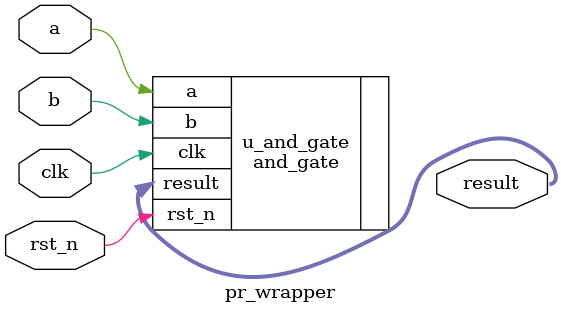
<source format=sv>

`timescale 1ns/1ps
module pr_wrapper 
	#(	parameter OUTPUT_WIDTH = 2) (
	input logic clk,
	input logic rst_n,
	input logic a,
	input logic b,
	output logic [OUTPUT_WIDTH-1:0] result
);

and_gate #(
	.OUTPUT_WIDTH(OUTPUT_WIDTH)) 
	
	u_and_gate (
		.clk(clk),
		.rst_n(rst_n),
		.a(a),
		.b(b),
		.result(result)
);

endmodule

</source>
